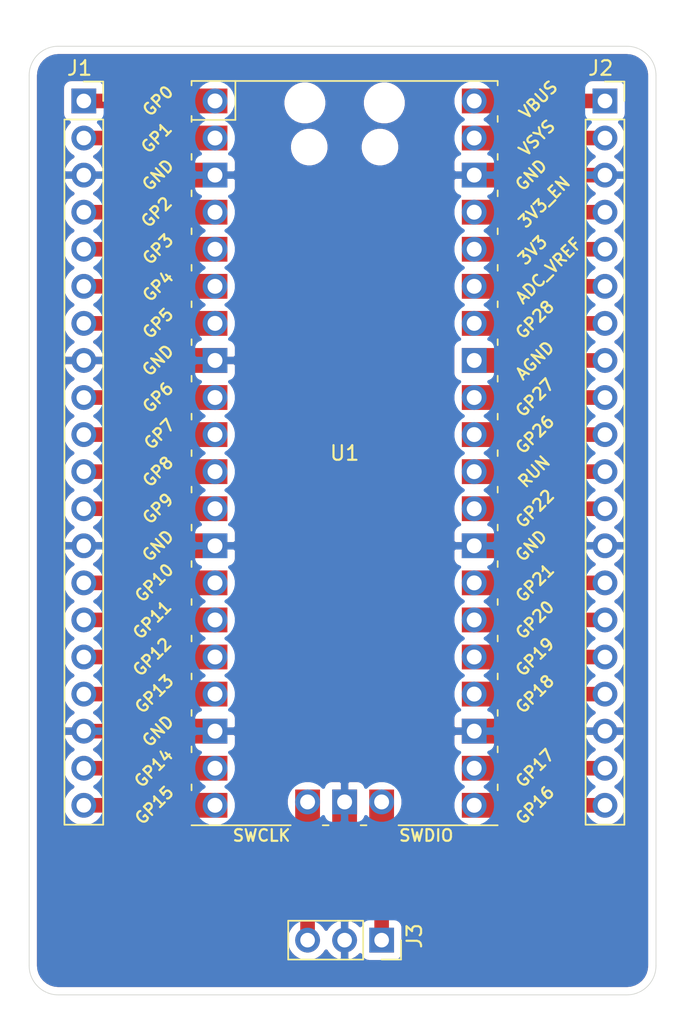
<source format=kicad_pcb>
(kicad_pcb (version 20211014) (generator pcbnew)
  (layers (0 "F.Cu" signal) (31 "B.Cu" signal) (34 "B.Paste" user) (35 "F.Paste" user) (36 "B.SilkS" user "B.Silkscreen") (37 "F.SilkS" user "F.Silkscreen") (38 "B.Mask" user) (39 "F.Mask" user) (44 "Edge.Cuts" user))
  (net 0 "")
  (net 1 "Net-(J1-Pad20)")
  (net 2 "Net-(J1-Pad19)")
  (net 3 "GND")
  (net 4 "Net-(J1-Pad17)")
  (net 5 "Net-(J1-Pad16)")
  (net 6 "Net-(J1-Pad15)")
  (net 7 "Net-(J1-Pad14)")
  (net 8 "Net-(J1-Pad12)")
  (net 9 "Net-(J1-Pad11)")
  (net 10 "Net-(J1-Pad10)")
  (net 11 "Net-(J1-Pad9)")
  (net 12 "Net-(J1-Pad7)")
  (net 13 "Net-(J1-Pad6)")
  (net 14 "Net-(J1-Pad5)")
  (net 15 "Net-(J1-Pad4)")
  (net 16 "Net-(J1-Pad2)")
  (net 17 "Net-(J1-Pad1)")
  (net 18 "Net-(J2-Pad20)")
  (net 19 "Net-(J2-Pad19)")
  (net 20 "Net-(J2-Pad17)")
  (net 21 "Net-(J2-Pad16)")
  (net 22 "Net-(J2-Pad15)")
  (net 23 "Net-(J2-Pad14)")
  (net 24 "Net-(J2-Pad12)")
  (net 25 "Net-(J2-Pad11)")
  (net 26 "Net-(J2-Pad10)")
  (net 27 "Net-(J2-Pad9)")
  (net 28 "Net-(J2-Pad8)")
  (net 29 "Net-(J2-Pad7)")
  (net 30 "Net-(J2-Pad6)")
  (net 31 "Net-(J2-Pad5)")
  (net 32 "Net-(J2-Pad4)")
  (net 33 "Net-(J2-Pad2)")
  (net 34 "Net-(J2-Pad1)")
  (net 35 "Net-(J3-Pad3)")
  (net 36 "Net-(J3-Pad1)")
  (footprint "MCU_RaspberryPi_and_Boards:RPi_Pico_SMD_TH" (layer "F.Cu") (at 73.64 69.88)
    (fp_text reference "U1" (at 0 0) (layer "F.SilkS"))
    (fp_text value "Pico")
    (fp_text user "RUN" (at 13 1.27 45) (layer "F.SilkS") (effects (font (size 0.8 0.8))))
    (fp_text user "GP26" (at 13.054 -1.27 45) (layer "F.SilkS") (effects (font (size 0.8 0.8))))
    (fp_text user "VBUS" (at 13.3 -24.2 45) (layer "F.SilkS") (effects (font (size 0.8 0.8))))
    (fp_text user "SWDIO" (at 5.6 26.2) (layer "F.SilkS") (effects (font (size 0.8 0.8))))
    (fp_text user "GP3" (at -12.8 -13.97 45) (layer "F.SilkS") (effects (font (size 0.8 0.8))))
    (fp_text user "GP1" (at -12.9 -21.6 45) (layer "F.SilkS") (effects (font (size 0.8 0.8))))
    (fp_text user "GP2" (at -12.9 -16.51 45) (layer "F.SilkS") (effects (font (size 0.8 0.8))))
    (fp_text user "GP5" (at -12.8 -8.89 45) (layer "F.SilkS") (effects (font (size 0.8 0.8))))
    (fp_text user "SWCLK" (at -5.7 26.2) (layer "F.SilkS") (effects (font (size 0.8 0.8))))
    (fp_text user "GND" (at -12.8 6.35 45) (layer "F.SilkS") (effects (font (size 0.8 0.8))))
    (fp_text user "ADC_VREF" (at 14 -12.5 45) (layer "F.SilkS") (effects (font (size 0.8 0.8))))
    (fp_text user "GP19" (at 13.054 13.97 45) (layer "F.SilkS") (effects (font (size 0.8 0.8))))
    (fp_text user "GND" (at 12.8 -19.05 45) (layer "F.SilkS") (effects (font (size 0.8 0.8))))
    (fp_text user "3V3_EN" (at 13.7 -17.2 45) (layer "F.SilkS") (effects (font (size 0.8 0.8))))
    (fp_text user "GP0" (at -12.8 -24.13 45) (layer "F.SilkS") (effects (font (size 0.8 0.8))))
    (fp_text user "GP6" (at -12.8 -3.81 45) (layer "F.SilkS") (effects (font (size 0.8 0.8))))
    (fp_text user "GP13" (at -13.054 16.51 45) (layer "F.SilkS") (effects (font (size 0.8 0.8))))
    (fp_text user "AGND" (at 13.054 -6.35 45) (layer "F.SilkS") (effects (font (size 0.8 0.8))))
    (fp_text user "GP10" (at -13.054 8.89 45) (layer "F.SilkS") (effects (font (size 0.8 0.8))))
    (fp_text user "GP16" (at 13.054 24.13 45) (layer "F.SilkS") (effects (font (size 0.8 0.8))))
    (fp_text user "VSYS" (at 13.2 -21.59 45) (layer "F.SilkS") (effects (font (size 0.8 0.8))))
    (fp_text user "GND" (at -12.8 -19.05 45) (layer "F.SilkS") (effects (font (size 0.8 0.8))))
    (fp_text user "GND" (at -12.8 -6.35 45) (layer "F.SilkS") (effects (font (size 0.8 0.8))))
    (fp_text user "GP7" (at -12.7 -1.3 45) (layer "F.SilkS") (effects (font (size 0.8 0.8))))
    (fp_text user "GP11" (at -13.2 11.43 45) (layer "F.SilkS") (effects (font (size 0.8 0.8))))
    (fp_text user "GP18" (at 13.054 16.51 45) (layer "F.SilkS") (effects (font (size 0.8 0.8))))
    (fp_text user "GP8" (at -12.8 1.27 45) (layer "F.SilkS") (effects (font (size 0.8 0.8))))
    (fp_text user "GP14" (at -13.1 21.59 45) (layer "F.SilkS") (effects (font (size 0.8 0.8))))
    (fp_text user "GP4" (at -12.8 -11.43 45) (layer "F.SilkS") (effects (font (size 0.8 0.8))))
    (fp_text user "GP17" (at 13.054 21.59 45) (layer "F.SilkS") (effects (font (size 0.8 0.8))))
    (fp_text user "GND" (at 12.8 6.35 45) (layer "F.SilkS") (effects (font (size 0.8 0.8))))
    (fp_text user "3V3" (at 12.9 -13.9 45) (layer "F.SilkS") (effects (font (size 0.8 0.8))))
    (fp_text user "GP15" (at -13.054 24.13 45) (layer "F.SilkS") (effects (font (size 0.8 0.8))))
    (fp_text user "GP12" (at -13.2 13.97 45) (layer "F.SilkS") (effects (font (size 0.8 0.8))))
    (fp_text user "GP27" (at 13.054 -3.8 45) (layer "F.SilkS") (effects (font (size 0.8 0.8))))
    (fp_text user "GND" (at -12.8 19.05 45) (layer "F.SilkS") (effects (font (size 0.8 0.8))))
    (fp_text user "GP20" (at 13.054 11.43 45) (layer "F.SilkS") (effects (font (size 0.8 0.8))))
    (fp_text user "GP21" (at 13.054 8.9 45) (layer "F.SilkS") (effects (font (size 0.8 0.8))))
    (fp_text user "GP28" (at 13.054 -9.144 45) (layer "F.SilkS") (effects (font (size 0.8 0.8))))
    (fp_text user "GP9" (at -12.8 3.81 45) (layer "F.SilkS") (effects (font (size 0.8 0.8))))
    (fp_text user "GP22" (at 13.054 3.81 45) (layer "F.SilkS") (effects (font (size 0.8 0.8))))
    (fp_line (start -10.5 10) (end -10.5 10.4) (layer "F.SilkS") (width 0.12))
    (fp_line (start -10.5 -22.833) (end -7.493 -22.833) (layer "F.SilkS") (width 0.12))
    (fp_line (start -10.5 17.6) (end -10.5 18) (layer "F.SilkS") (width 0.12))
    (fp_line (start 10.5 -10.4) (end 10.5 -10) (layer "F.SilkS") (width 0.12))
    (fp_line (start -10.5 -7.8) (end -10.5 -7.4) (layer "F.SilkS") (width 0.12))
    (fp_line (start 10.5 -23.1) (end 10.5 -22.7) (layer "F.SilkS") (width 0.12))
    (fp_line (start -10.5 20.1) (end -10.5 20.5) (layer "F.SilkS") (width 0.12))
    (fp_line (start -10.5 -23.1) (end -10.5 -22.7) (layer "F.SilkS") (width 0.12))
    (fp_line (start -10.5 -12.9) (end -10.5 -12.5) (layer "F.SilkS") (width 0.12))
    (fp_line (start 10.5 20.1) (end 10.5 20.5) (layer "F.SilkS") (width 0.12))
    (fp_line (start -1.5 25.5) (end -1.1 25.5) (layer "F.SilkS") (width 0.12))
    (fp_line (start 10.5 15.1) (end 10.5 15.5) (layer "F.SilkS") (width 0.12))
    (fp_line (start -10.5 -18) (end -10.5 -17.6) (layer "F.SilkS") (width 0.12))
    (fp_line (start 10.5 -12.9) (end 10.5 -12.5) (layer "F.SilkS") (width 0.12))
    (fp_line (start -10.5 -5.3) (end -10.5 -4.9) (layer "F.SilkS") (width 0.12))
    (fp_line (start -10.5 15.1) (end -10.5 15.5) (layer "F.SilkS") (width 0.12))
    (fp_line (start 10.5 17.6) (end 10.5 18) (layer "F.SilkS") (width 0.12))
    (fp_line (start 10.5 22.7) (end 10.5 23.1) (layer "F.SilkS") (width 0.12))
    (fp_line (start 10.5 25.5) (end 3.7 25.5) (layer "F.SilkS") (width 0.12))
    (fp_line (start -10.5 22.7) (end -10.5 23.1) (layer "F.SilkS") (width 0.12))
    (fp_line (start 10.5 10) (end 10.5 10.4) (layer "F.SilkS") (width 0.12))
    (fp_line (start 10.5 4.9) (end 10.5 5.3) (layer "F.SilkS") (width 0.12))
    (fp_line (start -10.5 12.5) (end -10.5 12.9) (layer "F.SilkS") (width 0.12))
    (fp_line (start -10.5 -15.4) (end -10.5 -15) (layer "F.SilkS") (width 0.12))
    (fp_line (start 10.5 -5.3) (end 10.5 -4.9) (layer "F.SilkS") (width 0.12))
    (fp_line (start 10.5 -20.5) (end 10.5 -20.1) (layer "F.SilkS") (width 0.12))
    (fp_line (start 10.5 -25.5) (end 10.5 -25.2) (layer "F.SilkS") (width 0.12))
    (fp_line (start -10.5 -0.2) (end -10.5 0.2) (layer "F.SilkS") (width 0.12))
    (fp_line (start 10.5 -18) (end 10.5 -17.6) (layer "F.SilkS") (width 0.12))
    (fp_line (start -10.5 -10.4) (end -10.5 -10) (layer "F.SilkS") (width 0.12))
    (fp_line (start -10.5 4.9) (end -10.5 5.3) (layer "F.SilkS") (width 0.12))
    (fp_line (start -3.7 25.5) (end -10.5 25.5) (layer "F.SilkS") (width 0.12))
    (fp_line (start -10.5 -25.5) (end 10.5 -25.5) (layer "F.SilkS") (width 0.12))
    (fp_line (start -10.5 -25.5) (end -10.5 -25.2) (layer "F.SilkS") (width 0.12))
    (fp_line (start 10.5 7.4) (end 10.5 7.8) (layer "F.SilkS") (width 0.12))
    (fp_line (start -10.5 -20.5) (end -10.5 -20.1) (layer "F.SilkS") (width 0.12))
    (fp_line (start 10.5 -2.7) (end 10.5 -2.3) (layer "F.SilkS") (width 0.12))
    (fp_line (start -10.5 2.3) (end -10.5 2.7) (layer "F.SilkS") (width 0.12))
    (fp_line (start 10.5 12.5) (end 10.5 12.9) (layer "F.SilkS") (width 0.12))
    (fp_line (start 10.5 2.3) (end 10.5 2.7) (layer "F.SilkS") (width 0.12))
    (fp_line (start 1.1 25.5) (end 1.5 25.5) (layer "F.SilkS") (width 0.12))
    (fp_line (start 10.5 -15.4) (end 10.5 -15) (layer "F.SilkS") (width 0.12))
    (fp_line (start -7.493 -22.833) (end -7.493 -25.5) (layer "F.SilkS") (width 0.12))
    (fp_line (start -10.5 7.4) (end -10.5 7.8) (layer "F.SilkS") (width 0.12))
    (fp_line (start 10.5 -7.8) (end 10.5 -7.4) (layer "F.SilkS") (width 0.12))
    (fp_line (start -10.5 -2.7) (end -10.5 -2.3) (layer "F.SilkS") (width 0.12))
    (fp_line (start 10.5 -0.2) (end 10.5 0.2) (layer "F.SilkS") (width 0.12))
    (pad "" np_thru_hole oval locked (at 2.425 -20.97) (size 1.5 1.5) (drill 1.5) (layers *.Cu *.Mask))
    (pad "" np_thru_hole oval locked (at -2.425 -20.97) (size 1.5 1.5) (drill 1.5) (layers *.Cu *.Mask))
    (pad "" np_thru_hole oval locked (at -2.725 -24) (size 1.8 1.8) (drill 1.8) (layers *.Cu *.Mask))
    (pad "" np_thru_hole oval locked (at 2.725 -24) (size 1.8 1.8) (drill 1.8) (layers *.Cu *.Mask))
    (pad "1" smd rect locked (at -8.89 -24.13) (size 3.5 1.7) (drill (offset -0.9 0)) (layers "F.Cu" "F.Mask") (net 17 "Net-(J1-Pad1)"))
    (pad "1" thru_hole oval locked (at -8.89 -24.13) (size 1.7 1.7) (drill 1.02) (layers *.Cu *.Mask) (net 17 "Net-(J1-Pad1)"))
    (pad "2" thru_hole oval locked (at -8.89 -21.59) (size 1.7 1.7) (drill 1.02) (layers *.Cu *.Mask) (net 16 "Net-(J1-Pad2)"))
    (pad "2" smd rect locked (at -8.89 -21.59) (size 3.5 1.7) (drill (offset -0.9 0)) (layers "F.Cu" "F.Mask") (net 16 "Net-(J1-Pad2)"))
    (pad "3" thru_hole rect locked (at -8.89 -19.05) (size 1.7 1.7) (drill 1.02) (layers *.Cu *.Mask) (net 3 "GND"))
    (pad "3" smd rect locked (at -8.89 -19.05) (size 3.5 1.7) (drill (offset -0.9 0)) (layers "F.Cu" "F.Mask") (net 3 "GND"))
    (pad "4" thru_hole oval locked (at -8.89 -16.51) (size 1.7 1.7) (drill 1.02) (layers *.Cu *.Mask) (net 15 "Net-(J1-Pad4)"))
    (pad "4" smd rect locked (at -8.89 -16.51) (size 3.5 1.7) (drill (offset -0.9 0)) (layers "F.Cu" "F.Mask") (net 15 "Net-(J1-Pad4)"))
    (pad "5" thru_hole oval locked (at -8.89 -13.97) (size 1.7 1.7) (drill 1.02) (layers *.Cu *.Mask) (net 14 "Net-(J1-Pad5)"))
    (pad "5" smd rect locked (at -8.89 -13.97) (size 3.5 1.7) (drill (offset -0.9 0)) (layers "F.Cu" "F.Mask") (net 14 "Net-(J1-Pad5)"))
    (pad "6" smd rect locked (at -8.89 -11.43) (size 3.5 1.7) (drill (offset -0.9 0)) (layers "F.Cu" "F.Mask") (net 13 "Net-(J1-Pad6)"))
    (pad "6" thru_hole oval locked (at -8.89 -11.43) (size 1.7 1.7) (drill 1.02) (layers *.Cu *.Mask) (net 13 "Net-(J1-Pad6)"))
    (pad "7" thru_hole oval locked (at -8.89 -8.89) (size 1.7 1.7) (drill 1.02) (layers *.Cu *.Mask) (net 12 "Net-(J1-Pad7)"))
    (pad "7" smd rect locked (at -8.89 -8.89) (size 3.5 1.7) (drill (offset -0.9 0)) (layers "F.Cu" "F.Mask") (net 12 "Net-(J1-Pad7)"))
    (pad "8" thru_hole rect locked (at -8.89 -6.35) (size 1.7 1.7) (drill 1.02) (layers *.Cu *.Mask) (net 3 "GND"))
    (pad "8" smd rect locked (at -8.89 -6.35) (size 3.5 1.7) (drill (offset -0.9 0)) (layers "F.Cu" "F.Mask") (net 3 "GND"))
    (pad "9" smd rect locked (at -8.89 -3.81) (size 3.5 1.7) (drill (offset -0.9 0)) (layers "F.Cu" "F.Mask") (net 11 "Net-(J1-Pad9)"))
    (pad "9" thru_hole oval locked (at -8.89 -3.81) (size 1.7 1.7) (drill 1.02) (layers *.Cu *.Mask) (net 11 "Net-(J1-Pad9)"))
    (pad "10" smd rect locked (at -8.89 -1.27) (size 3.5 1.7) (drill (offset -0.9 0)) (layers "F.Cu" "F.Mask") (net 10 "Net-(J1-Pad10)"))
    (pad "10" thru_hole oval locked (at -8.89 -1.27) (size 1.7 1.7) (drill 1.02) (layers *.Cu *.Mask) (net 10 "Net-(J1-Pad10)"))
    (pad "11" smd rect locked (at -8.89 1.27) (size 3.5 1.7) (drill (offset -0.9 0)) (layers "F.Cu" "F.Mask") (net 9 "Net-(J1-Pad11)"))
    (pad "11" thru_hole oval locked (at -8.89 1.27) (size 1.7 1.7) (drill 1.02) (layers *.Cu *.Mask) (net 9 "Net-(J1-Pad11)"))
    (pad "12" thru_hole oval locked (at -8.89 3.81) (size 1.7 1.7) (drill 1.02) (layers *.Cu *.Mask) (net 8 "Net-(J1-Pad12)"))
    (pad "12" smd rect locked (at -8.89 3.81) (size 3.5 1.7) (drill (offset -0.9 0)) (layers "F.Cu" "F.Mask") (net 8 "Net-(J1-Pad12)"))
    (pad "13" thru_hole rect locked (at -8.89 6.35) (size 1.7 1.7) (drill 1.02) (layers *.Cu *.Mask) (net 3 "GND"))
    (pad "13" smd rect locked (at -8.89 6.35) (size 3.5 1.7) (drill (offset -0.9 0)) (layers "F.Cu" "F.Mask") (net 3 "GND"))
    (pad "14" thru_hole oval locked (at -8.89 8.89) (size 1.7 1.7) (drill 1.02) (layers *.Cu *.Mask) (net 7 "Net-(J1-Pad14)"))
    (pad "14" smd rect locked (at -8.89 8.89) (size 3.5 1.7) (drill (offset -0.9 0)) (layers "F.Cu" "F.Mask") (net 7 "Net-(J1-Pad14)"))
    (pad "15" thru_hole oval locked (at -8.89 11.43) (size 1.7 1.7) (drill 1.02) (layers *.Cu *.Mask) (net 6 "Net-(J1-Pad15)"))
    (pad "15" smd rect locked (at -8.89 11.43) (size 3.5 1.7) (drill (offset -0.9 0)) (layers "F.Cu" "F.Mask") (net 6 "Net-(J1-Pad15)"))
    (pad "16" thru_hole oval locked (at -8.89 13.97) (size 1.7 1.7) (drill 1.02) (layers *.Cu *.Mask) (net 5 "Net-(J1-Pad16)"))
    (pad "16" smd rect locked (at -8.89 13.97) (size 3.5 1.7) (drill (offset -0.9 0)) (layers "F.Cu" "F.Mask") (net 5 "Net-(J1-Pad16)"))
    (pad "17" smd rect locked (at -8.89 16.51) (size 3.5 1.7) (drill (offset -0.9 0)) (layers "F.Cu" "F.Mask") (net 4 "Net-(J1-Pad17)"))
    (pad "17" thru_hole oval locked (at -8.89 16.51) (size 1.7 1.7) (drill 1.02) (layers *.Cu *.Mask) (net 4 "Net-(J1-Pad17)"))
    (pad "18" smd rect locked (at -8.89 19.05) (size 3.5 1.7) (drill (offset -0.9 0)) (layers "F.Cu" "F.Mask") (net 3 "GND"))
    (pad "18" thru_hole rect locked (at -8.89 19.05) (size 1.7 1.7) (drill 1.02) (layers *.Cu *.Mask) (net 3 "GND"))
    (pad "19" smd rect locked (at -8.89 21.59) (size 3.5 1.7) (drill (offset -0.9 0)) (layers "F.Cu" "F.Mask") (net 2 "Net-(J1-Pad19)"))
    (pad "19" thru_hole oval locked (at -8.89 21.59) (size 1.7 1.7) (drill 1.02) (layers *.Cu *.Mask) (net 2 "Net-(J1-Pad19)"))
    (pad "20" thru_hole oval locked (at -8.89 24.13) (size 1.7 1.7) (drill 1.02) (layers *.Cu *.Mask) (net 1 "Net-(J1-Pad20)"))
    (pad "20" smd rect locked (at -8.89 24.13) (size 3.5 1.7) (drill (offset -0.9 0)) (layers "F.Cu" "F.Mask") (net 1 "Net-(J1-Pad20)"))
    (pad "21" smd rect locked (at 8.89 24.13) (size 3.5 1.7) (drill (offset 0.9 0)) (layers "F.Cu" "F.Mask") (net 18 "Net-(J2-Pad20)"))
    (pad "21" thru_hole oval locked (at 8.89 24.13) (size 1.7 1.7) (drill 1.02) (layers *.Cu *.Mask) (net 18 "Net-(J2-Pad20)"))
    (pad "22" thru_hole oval locked (at 8.89 21.59) (size 1.7 1.7) (drill 1.02) (layers *.Cu *.Mask) (net 19 "Net-(J2-Pad19)"))
    (pad "22" smd rect locked (at 8.89 21.59) (size 3.5 1.7) (drill (offset 0.9 0)) (layers "F.Cu" "F.Mask") (net 19 "Net-(J2-Pad19)"))
    (pad "23" smd rect locked (at 8.89 19.05) (size 3.5 1.7) (drill (offset 0.9 0)) (layers "F.Cu" "F.Mask") (net 3 "GND"))
    (pad "23" thru_hole rect locked (at 8.89 19.05) (size 1.7 1.7) (drill 1.02) (layers *.Cu *.Mask) (net 3 "GND"))
    (pad "24" smd rect locked (at 8.89 16.51) (size 3.5 1.7) (drill (offset 0.9 0)) (layers "F.Cu" "F.Mask") (net 20 "Net-(J2-Pad17)"))
    (pad "24" thru_hole oval locked (at 8.89 16.51) (size 1.7 1.7) (drill 1.02) (layers *.Cu *.Mask) (net 20 "Net-(J2-Pad17)"))
    (pad "25" thru_hole oval locked (at 8.89 13.97) (size 1.7 1.7) (drill 1.02) (layers *.Cu *.Mask) (net 21 "Net-(J2-Pad16)"))
    (pad "25" smd rect locked (at 8.89 13.97) (size 3.5 1.7) (drill (offset 0.9 0)) (layers "F.Cu" "F.Mask") (net 21 "Net-(J2-Pad16)"))
    (pad "26" smd rect locked (at 8.89 11.43) (size 3.5 1.7) (drill (offset 0.9 0)) (layers "F.Cu" "F.Mask") (net 22 "Net-(J2-Pad15)"))
    (pad "26" thru_hole oval locked (at 8.89 11.43) (size 1.7 1.7) (drill 1.02) (layers *.Cu *.Mask) (net 22 "Net-(J2-Pad15)"))
    (pad "27" smd rect locked (at 8.89 8.89) (size 3.5 1.7) (drill (offset 0.9 0)) (layers "F.Cu" "F.Mask") (net 23 "Net-(J2-Pad14)"))
    (pad "27" thru_hole oval locked (at 8.89 8.89) (size 1.7 1.7) (drill 1.02) (layers *.Cu *.Mask) (net 23 "Net-(J2-Pad14)"))
    (pad "28" thru_hole rect locked (at 8.89 6.35) (size 1.7 1.7) (drill 1.02) (layers *.Cu *.Mask) (net 3 "GND"))
    (pad "28" smd rect locked (at 8.89 6.35) (size 3.5 1.7) (drill (offset 0.9 0)) (layers "F.Cu" "F.Mask") (net 3 "GND"))
    (pad "29" thru_hole oval locked (at 8.89 3.81) (size 1.7 1.7) (drill 1.02) (layers *.Cu *.Mask) (net 24 "Net-(J2-Pad12)"))
    (pad "29" smd rect locked (at 8.89 3.81) (size 3.5 1.7) (drill (offset 0.9 0)) (layers "F.Cu" "F.Mask") (net 24 "Net-(J2-Pad12)"))
    (pad "30" thru_hole oval locked (at 8.89 1.27) (size 1.7 1.7) (drill 1.02) (layers *.Cu *.Mask) (net 25 "Net-(J2-Pad11)"))
    (pad "30" smd rect locked (at 8.89 1.27) (size 3.5 1.7) (drill (offset 0.9 0)) (layers "F.Cu" "F.Mask") (net 25 "Net-(J2-Pad11)"))
    (pad "31" smd rect locked (at 8.89 -1.27) (size 3.5 1.7) (drill (offset 0.9 0)) (layers "F.Cu" "F.Mask") (net 26 "Net-(J2-Pad10)"))
    (pad "31" thru_hole oval locked (at 8.89 -1.27) (size 1.7 1.7) (drill 1.02) (layers *.Cu *.Mask) (net 26 "Net-(J2-Pad10)"))
    (pad "32" smd rect locked (at 8.89 -3.81) (size 3.5 1.7) (drill (offset 0.9 0)) (layers "F.Cu" "F.Mask") (net 27 "Net-(J2-Pad9)"))
    (pad "32" thru_hole oval locked (at 8.89 -3.81) (size 1.7 1.7) (drill 1.02) (layers *.Cu *.Mask) (net 27 "Net-(J2-Pad9)"))
    (pad "33" thru_hole rect locked (at 8.89 -6.35) (size 1.7 1.7) (drill 1.02) (layers *.Cu *.Mask) (net 28 "Net-(J2-Pad8)"))
    (pad "33" smd rect locked (at 8.89 -6.35) (size 3.5 1.7) (drill (offset 0.9 0)) (layers "F.Cu" "F.Mask") (net 28 "Net-(J2-Pad8)"))
    (pad "34" smd rect locked (at 8.89 -8.89) (size 3.5 1.7) (drill (offset 0.9 0)) (layers "F.Cu" "F.Mask") (net 29 "Net-(J2-Pad7)"))
    (pad "34" thru_hole oval locked (at 8.89 -8.89) (size 1.7 1.7) (drill 1.02) (layers *.Cu *.Mask) (net 29 "Net-(J2-Pad7)"))
    (pad "35" smd rect locked (at 8.89 -11.43) (size 3.5 1.7) (drill (offset 0.9 0)) (layers "F.Cu" "F.Mask") (net 30 "Net-(J2-Pad6)"))
    (pad "35" thru_hole oval locked (at 8.89 -11.43) (size 1.7 1.7) (drill 1.02) (layers *.Cu *.Mask) (net 30 "Net-(J2-Pad6)"))
    (pad "36" smd rect locked (at 8.89 -13.97) (size 3.5 1.7) (drill (offset 0.9 0)) (layers "F.Cu" "F.Mask") (net 31 "Net-(J2-Pad5)"))
    (pad "36" thru_hole oval locked (at 8.89 -13.97) (size 1.7 1.7) (drill 1.02) (layers *.Cu *.Mask) (net 31 "Net-(J2-Pad5)"))
    (pad "37" smd rect locked (at 8.89 -16.51) (size 3.5 1.7) (drill (offset 0.9 0)) (layers "F.Cu" "F.Mask") (net 32 "Net-(J2-Pad4)"))
    (pad "37" thru_hole oval locked (at 8.89 -16.51) (size 1.7 1.7) (drill 1.02) (layers *.Cu *.Mask) (net 32 "Net-(J2-Pad4)"))
    (pad "38" thru_hole rect locked (at 8.89 -19.05) (size 1.7 1.7) (drill 1.02) (layers *.Cu *.Mask) (net 3 "GND"))
    (pad "38" smd rect locked (at 8.89 -19.05) (size 3.5 1.7) (drill (offset 0.9 0)) (layers "F.Cu" "F.Mask") (net 3 "GND"))
    (pad "39" smd rect locked (at 8.89 -21.59) (size 3.5 1.7) (drill (offset 0.9 0)) (layers "F.Cu" "F.Mask") (net 33 "Net-(J2-Pad2)"))
    (pad "39" thru_hole oval locked (at 8.89 -21.59) (size 1.7 1.7) (drill 1.02) (layers *.Cu *.Mask) (net 33 "Net-(J2-Pad2)"))
    (pad "40" smd rect locked (at 8.89 -24.13) (size 3.5 1.7) (drill (offset 0.9 0)) (layers "F.Cu" "F.Mask") (net 34 "Net-(J2-Pad1)"))
    (pad "40" thru_hole oval locked (at 8.89 -24.13) (size 1.7 1.7) (drill 1.02) (layers *.Cu *.Mask) (net 34 "Net-(J2-Pad1)"))
    (pad "41" thru_hole oval locked (at -2.54 23.9) (size 1.7 1.7) (drill 1.02) (layers *.Cu *.Mask) (net 35 "Net-(J3-Pad3)"))
    (pad "41" smd rect locked (at -2.54 23.9 90) (size 3.5 1.7) (drill (offset -0.9 0)) (layers "F.Cu" "F.Mask") (net 35 "Net-(J3-Pad3)"))
    (pad "42" thru_hole rect locked (at 0 23.9) (size 1.7 1.7) (drill 1.02) (layers *.Cu *.Mask) (net 3 "GND"))
    (pad "42" smd rect locked (at 0 23.9 90) (size 3.5 1.7) (drill (offset -0.9 0)) (layers "F.Cu" "F.Mask") (net 3 "GND"))
    (pad "43" thru_hole oval locked (at 2.54 23.9) (size 1.7 1.7) (drill 1.02) (layers *.Cu *.Mask) (net 36 "Net-(J3-Pad1)"))
    (pad "43" smd rect locked (at 2.54 23.9 90) (size 3.5 1.7) (drill (offset -0.9 0)) (layers "F.Cu" "F.Mask") (net 36 "Net-(J3-Pad1)"))
  )
  (footprint "Connector_PinSocket_2.54mm:PinSocket_1x20_P2.54mm_Vertical" (layer "F.Cu") (at 55.75 45.75)
    (fp_text reference "J1" (at -0.29 -2.25) (layer "F.SilkS"))
    (fp_text value "Conn_01x20")
    (fp_line (start -1.33 1.27) (end 1.33 1.27) (layer "F.SilkS") (width 0.12))
    (fp_line (start 0 -1.33) (end 1.33 -1.33) (layer "F.SilkS") (width 0.12))
    (fp_line (start -1.33 1.27) (end -1.33 49.59) (layer "F.SilkS") (width 0.12))
    (fp_line (start 1.33 1.27) (end 1.33 49.59) (layer "F.SilkS") (width 0.12))
    (fp_line (start -1.33 49.59) (end 1.33 49.59) (layer "F.SilkS") (width 0.12))
    (fp_line (start 1.33 -1.33) (end 1.33 0) (layer "F.SilkS") (width 0.12))
    (pad "1" thru_hole rect locked (at 0 0) (size 1.7 1.7) (drill 1) (layers *.Cu *.Mask) (net 17 "Net-(J1-Pad1)"))
    (pad "2" thru_hole oval locked (at 0 2.54) (size 1.7 1.7) (drill 1) (layers *.Cu *.Mask) (net 16 "Net-(J1-Pad2)"))
    (pad "3" thru_hole oval locked (at 0 5.08) (size 1.7 1.7) (drill 1) (layers *.Cu *.Mask) (net 3 "GND"))
    (pad "4" thru_hole oval locked (at 0 7.62) (size 1.7 1.7) (drill 1) (layers *.Cu *.Mask) (net 15 "Net-(J1-Pad4)"))
    (pad "5" thru_hole oval locked (at 0 10.16) (size 1.7 1.7) (drill 1) (layers *.Cu *.Mask) (net 14 "Net-(J1-Pad5)"))
    (pad "6" thru_hole oval locked (at 0 12.7) (size 1.7 1.7) (drill 1) (layers *.Cu *.Mask) (net 13 "Net-(J1-Pad6)"))
    (pad "7" thru_hole oval locked (at 0 15.24) (size 1.7 1.7) (drill 1) (layers *.Cu *.Mask) (net 12 "Net-(J1-Pad7)"))
    (pad "8" thru_hole oval locked (at 0 17.78) (size 1.7 1.7) (drill 1) (layers *.Cu *.Mask) (net 3 "GND"))
    (pad "9" thru_hole oval locked (at 0 20.32) (size 1.7 1.7) (drill 1) (layers *.Cu *.Mask) (net 11 "Net-(J1-Pad9)"))
    (pad "10" thru_hole oval locked (at 0 22.86) (size 1.7 1.7) (drill 1) (layers *.Cu *.Mask) (net 10 "Net-(J1-Pad10)"))
    (pad "11" thru_hole oval locked (at 0 25.4) (size 1.7 1.7) (drill 1) (layers *.Cu *.Mask) (net 9 "Net-(J1-Pad11)"))
    (pad "12" thru_hole oval locked (at 0 27.94) (size 1.7 1.7) (drill 1) (layers *.Cu *.Mask) (net 8 "Net-(J1-Pad12)"))
    (pad "13" thru_hole oval locked (at 0 30.48) (size 1.7 1.7) (drill 1) (layers *.Cu *.Mask) (net 3 "GND"))
    (pad "14" thru_hole oval locked (at 0 33.02) (size 1.7 1.7) (drill 1) (layers *.Cu *.Mask) (net 7 "Net-(J1-Pad14)"))
    (pad "15" thru_hole oval locked (at 0 35.56) (size 1.7 1.7) (drill 1) (layers *.Cu *.Mask) (net 6 "Net-(J1-Pad15)"))
    (pad "16" thru_hole oval locked (at 0 38.1) (size 1.7 1.7) (drill 1) (layers *.Cu *.Mask) (net 5 "Net-(J1-Pad16)"))
    (pad "17" thru_hole oval locked (at 0 40.64) (size 1.7 1.7) (drill 1) (layers *.Cu *.Mask) (net 4 "Net-(J1-Pad17)"))
    (pad "18" thru_hole oval locked (at 0 43.18) (size 1.7 1.7) (drill 1) (layers *.Cu *.Mask) (net 3 "GND"))
    (pad "19" thru_hole oval locked (at 0 45.72) (size 1.7 1.7) (drill 1) (layers *.Cu *.Mask) (net 2 "Net-(J1-Pad19)"))
    (pad "20" thru_hole oval locked (at 0 48.26) (size 1.7 1.7) (drill 1) (layers *.Cu *.Mask) (net 1 "Net-(J1-Pad20)"))
  )
  (footprint "Connector_PinSocket_2.54mm:PinSocket_1x20_P2.54mm_Vertical" (layer "F.Cu") (at 91.5 45.75)
    (fp_text reference "J2" (at -0.29 -2.25) (layer "F.SilkS"))
    (fp_text value "Conn_01x20")
    (fp_line (start 1.33 -1.33) (end 1.33 0) (layer "F.SilkS") (width 0.12))
    (fp_line (start -1.33 1.27) (end 1.33 1.27) (layer "F.SilkS") (width 0.12))
    (fp_line (start -1.33 1.27) (end -1.33 49.59) (layer "F.SilkS") (width 0.12))
    (fp_line (start 1.33 1.27) (end 1.33 49.59) (layer "F.SilkS") (width 0.12))
    (fp_line (start -1.33 49.59) (end 1.33 49.59) (layer "F.SilkS") (width 0.12))
    (fp_line (start 0 -1.33) (end 1.33 -1.33) (layer "F.SilkS") (width 0.12))
    (pad "1" thru_hole rect locked (at 0 0) (size 1.7 1.7) (drill 1) (layers *.Cu *.Mask) (net 34 "Net-(J2-Pad1)"))
    (pad "2" thru_hole oval locked (at 0 2.54) (size 1.7 1.7) (drill 1) (layers *.Cu *.Mask) (net 33 "Net-(J2-Pad2)"))
    (pad "3" thru_hole oval locked (at 0 5.08) (size 1.7 1.7) (drill 1) (layers *.Cu *.Mask) (net 3 "GND"))
    (pad "4" thru_hole oval locked (at 0 7.62) (size 1.7 1.7) (drill 1) (layers *.Cu *.Mask) (net 32 "Net-(J2-Pad4)"))
    (pad "5" thru_hole oval locked (at 0 10.16) (size 1.7 1.7) (drill 1) (layers *.Cu *.Mask) (net 31 "Net-(J2-Pad5)"))
    (pad "6" thru_hole oval locked (at 0 12.7) (size 1.7 1.7) (drill 1) (layers *.Cu *.Mask) (net 30 "Net-(J2-Pad6)"))
    (pad "7" thru_hole oval locked (at 0 15.24) (size 1.7 1.7) (drill 1) (layers *.Cu *.Mask) (net 29 "Net-(J2-Pad7)"))
    (pad "8" thru_hole oval locked (at 0 17.78) (size 1.7 1.7) (drill 1) (layers *.Cu *.Mask) (net 28 "Net-(J2-Pad8)"))
    (pad "9" thru_hole oval locked (at 0 20.32) (size 1.7 1.7) (drill 1) (layers *.Cu *.Mask) (net 27 "Net-(J2-Pad9)"))
    (pad "10" thru_hole oval locked (at 0 22.86) (size 1.7 1.7) (drill 1) (layers *.Cu *.Mask) (net 26 "Net-(J2-Pad10)"))
    (pad "11" thru_hole oval locked (at 0 25.4) (size 1.7 1.7) (drill 1) (layers *.Cu *.Mask) (net 25 "Net-(J2-Pad11)"))
    (pad "12" thru_hole oval locked (at 0 27.94) (size 1.7 1.7) (drill 1) (layers *.Cu *.Mask) (net 24 "Net-(J2-Pad12)"))
    (pad "13" thru_hole oval locked (at 0 30.48) (size 1.7 1.7) (drill 1) (layers *.Cu *.Mask) (net 3 "GND"))
    (pad "14" thru_hole oval locked (at 0 33.02) (size 1.7 1.7) (drill 1) (layers *.Cu *.Mask) (net 23 "Net-(J2-Pad14)"))
    (pad "15" thru_hole oval locked (at 0 35.56) (size 1.7 1.7) (drill 1) (layers *.Cu *.Mask) (net 22 "Net-(J2-Pad15)"))
    (pad "16" thru_hole oval locked (at 0 38.1) (size 1.7 1.7) (drill 1) (layers *.Cu *.Mask) (net 21 "Net-(J2-Pad16)"))
    (pad "17" thru_hole oval locked (at 0 40.64) (size 1.7 1.7) (drill 1) (layers *.Cu *.Mask) (net 20 "Net-(J2-Pad17)"))
    (pad "18" thru_hole oval locked (at 0 43.18) (size 1.7 1.7) (drill 1) (layers *.Cu *.Mask) (net 3 "GND"))
    (pad "19" thru_hole oval locked (at 0 45.72) (size 1.7 1.7) (drill 1) (layers *.Cu *.Mask) (net 19 "Net-(J2-Pad19)"))
    (pad "20" thru_hole oval locked (at 0 48.26) (size 1.7 1.7) (drill 1) (layers *.Cu *.Mask) (net 18 "Net-(J2-Pad20)"))
  )
  (footprint "Connector_PinSocket_2.54mm:PinSocket_1x03_P2.54mm_Vertical" (layer "F.Cu") (at 76.18 103.25 -90)
    (fp_text reference "J3" (at -0.29 -2.25 90) (layer "F.SilkS"))
    (fp_text value "Conn_01x03")
    (fp_line (start 1.33 1.27) (end 1.33 6.41) (layer "F.SilkS") (width 0.12))
    (fp_line (start 1.33 -1.33) (end 1.33 0) (layer "F.SilkS") (width 0.12))
    (fp_line (start -1.33 1.27) (end 1.33 1.27) (layer "F.SilkS") (width 0.12))
    (fp_line (start -1.33 6.41) (end 1.33 6.41) (layer "F.SilkS") (width 0.12))
    (fp_line (start -1.33 1.27) (end -1.33 6.41) (layer "F.SilkS") (width 0.12))
    (fp_line (start 0 -1.33) (end 1.33 -1.33) (layer "F.SilkS") (width 0.12))
    (pad "1" thru_hole rect locked (at 0 0 270) (size 1.7 1.7) (drill 1) (layers *.Cu *.Mask) (net 36 "Net-(J3-Pad1)"))
    (pad "2" thru_hole oval locked (at 0 2.54 270) (size 1.7 1.7) (drill 1) (layers *.Cu *.Mask) (net 3 "GND"))
    (pad "3" thru_hole oval locked (at 0 5.08 270) (size 1.7 1.7) (drill 1) (layers *.Cu *.Mask) (net 35 "Net-(J3-Pad3)"))
  )
  (gr_line (start 95 105) (end 95 44) (layer "Edge.Cuts") (width 0.05))
  (gr_arc (start 93 42) (mid 94.414214 42.585786) (end 95 44) (layer "Edge.Cuts") (width 0.05))
  (gr_arc (start 54 107) (mid 52.585786 106.414214) (end 52 105) (layer "Edge.Cuts") (width 0.05))
  (gr_line (start 54 107) (end 93 107) (layer "Edge.Cuts") (width 0.05))
  (gr_arc (start 52 44) (mid 52.585786 42.585786) (end 54 42) (layer "Edge.Cuts") (width 0.05))
  (gr_line (start 93 42) (end 54 42) (layer "Edge.Cuts") (width 0.05))
  (gr_line (start 52 44) (end 52 105) (layer "Edge.Cuts") (width 0.05))
  (gr_arc (start 95 105) (mid 94.414214 106.414214) (end 93 107) (layer "Edge.Cuts") (width 0.05))
  (segment (start 55.75 94.01) (end 64.75 94.01) (width 1) (layer "F.Cu") (net 1))
  (segment (start 55.75 91.47) (end 64.75 91.47) (width 1) (layer "F.Cu") (net 2))
  (segment (start 82.53 50.83) (end 91.5 50.83) (width 1) (layer "F.Cu") (net 3))
  (segment (start 55.75 88.93) (end 64.75 88.93) (width 1) (layer "F.Cu") (net 3))
  (segment (start 55.75 86.39) (end 64.75 86.39) (width 1) (layer "F.Cu") (net 4))
  (segment (start 55.75 83.85) (end 64.75 83.85) (width 1) (layer "F.Cu") (net 5))
  (segment (start 55.75 81.31) (end 64.75 81.31) (width 1) (layer "F.Cu") (net 6))
  (segment (start 64.75 78.77) (end 55.75 78.77) (width 1) (layer "F.Cu") (net 7))
  (segment (start 55.75 73.69) (end 64.75 73.69) (width 1) (layer "F.Cu") (net 8))
  (segment (start 55.75 71.15) (end 64.75 71.15) (width 1) (layer "F.Cu") (net 9))
  (segment (start 55.75 68.61) (end 64.75 68.61) (width 1) (layer "F.Cu") (net 10))
  (segment (start 55.75 66.07) (end 64.75 66.07) (width 1) (layer "F.Cu") (net 11))
  (segment (start 55.75 60.99) (end 64.75 60.99) (width 1) (layer "F.Cu") (net 12))
  (segment (start 55.75 58.45) (end 64.75 58.45) (width 1) (layer "F.Cu") (net 13))
  (segment (start 55.75 55.91) (end 64.75 55.91) (width 1) (layer "F.Cu") (net 14))
  (segment (start 55.75 53.37) (end 64.75 53.37) (width 1) (layer "F.Cu") (net 15))
  (segment (start 55.75 48.29) (end 64.75 48.29) (width 1) (layer "F.Cu") (net 16))
  (segment (start 64.75 45.75) (end 55.75 45.75) (width 1) (layer "F.Cu") (net 17))
  (segment (start 91.5 94.01) (end 82.53 94.01) (width 1) (layer "F.Cu") (net 18))
  (segment (start 82.53 91.47) (end 91.5 91.47) (width 1) (layer "F.Cu") (net 19))
  (segment (start 82.53 86.39) (end 91.5 86.39) (width 1) (layer "F.Cu") (net 20))
  (segment (start 82.53 83.85) (end 91.5 83.85) (width 1) (layer "F.Cu") (net 21))
  (segment (start 82.53 81.31) (end 91.5 81.31) (width 1) (layer "F.Cu") (net 22))
  (segment (start 82.53 78.77) (end 91.5 78.77) (width 1) (layer "F.Cu") (net 23))
  (segment (start 82.53 73.69) (end 91.5 73.69) (width 1) (layer "F.Cu") (net 24))
  (segment (start 82.53 71.15) (end 91.5 71.15) (width 1) (layer "F.Cu") (net 25))
  (segment (start 82.53 68.61) (end 91.5 68.61) (width 1) (layer "F.Cu") (net 26))
  (segment (start 82.53 66.07) (end 91.5 66.07) (width 1) (layer "F.Cu") (net 27))
  (segment (start 82.53 63.53) (end 91.5 63.53) (width 1) (layer "F.Cu") (net 28))
  (segment (start 82.53 60.99) (end 91.5 60.99) (width 1) (layer "F.Cu") (net 29))
  (segment (start 82.53 58.45) (end 91.5 58.45) (width 1) (layer "F.Cu") (net 30))
  (segment (start 82.53 55.91) (end 91.5 55.91) (width 1) (layer "F.Cu") (net 31))
  (segment (start 82.53 53.37) (end 91.5 53.37) (width 1) (layer "F.Cu") (net 32))
  (segment (start 82.53 48.29) (end 91.5 48.29) (width 1) (layer "F.Cu") (net 33))
  (segment (start 82.53 45.75) (end 91.5 45.75) (width 1) (layer "F.Cu") (net 34))
  (segment (start 71.1 103.25) (end 71.1 93.78) (width 1) (layer "F.Cu") (net 35))
  (segment (start 76.18 103.25) (end 76.18 93.78) (width 1) (layer "F.Cu") (net 36))
  (zone (net 3) (net_name "GND") (layer "F.Cu") (connect_pads (clearance 0.508)) (min_thickness 0.254) (fill yes (thermal_gap 0.508) (thermal_bridge_width 0.508))
    (polygon (pts (xy 96 108) (xy 51 108) (xy 51 41) (xy 96 41)))
  )
  (zone (net 3) (net_name "GND") (layer "B.Cu") (connect_pads (clearance 0.508)) (min_thickness 0.254) (fill yes (thermal_gap 0.508) (thermal_bridge_width 0.508))
    (polygon (pts (xy 97 109) (xy 50 109) (xy 50 40) (xy 97 40)))
  )
)
</source>
